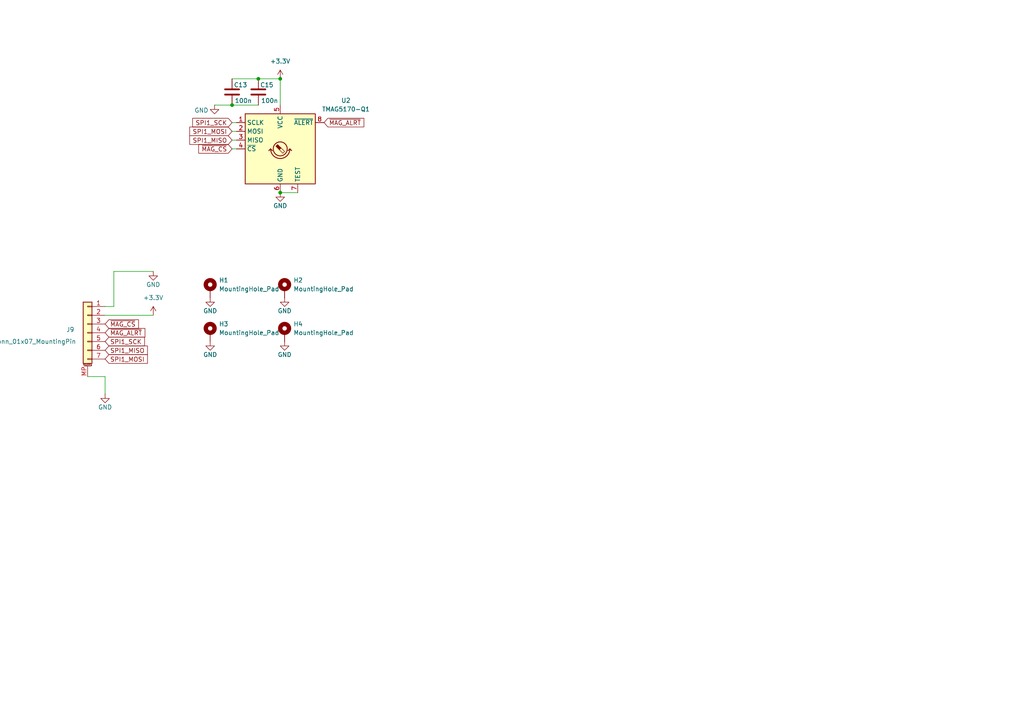
<source format=kicad_sch>
(kicad_sch (version 20250114) (generator "eeschema") (generator_version "9.0")
  (paper "A4")
  (lib_symbols
    (symbol "Connector_Generic_MountingPin:Conn_01x07_MountingPin" (pin_names (offset 1.016) (hide yes))
      (property "Reference" "J" (at 0 10.16 0))
      (property "Value" "Conn_01x07_MountingPin" (at 1.27 -10.16 0))
      (symbol "Conn_01x07_MountingPin_1_1"
        (rectangle (start -1.27 8.89) (end 1.27 -8.89) (stroke (width 0.254)) (fill (type background)))
        (rectangle (start -1.27 7.747) (end 0 7.493) (stroke (width 0.1524)))
        (rectangle (start -1.27 5.207) (end 0 4.953) (stroke (width 0.1524)))
        (rectangle (start -1.27 2.667) (end 0 2.413) (stroke (width 0.1524)))
        (rectangle (start -1.27 0.127) (end 0 -0.127) (stroke (width 0.1524)))
        (rectangle (start -1.27 -2.413) (end 0 -2.667) (stroke (width 0.1524)))
        (rectangle (start -1.27 -4.953) (end 0 -5.207) (stroke (width 0.1524)))
        (rectangle (start -1.27 -7.493) (end 0 -7.747) (stroke (width 0.1524)))
        (polyline (pts (xy -1.016 -9.652) (xy 1.016 -9.652)) (stroke (width 0.1524)))
        (text "Mounting" (at 0 -9.271 0) (effects (font (size 0.381 0.381))))
        (pin passive line (at -5.08 7.62 0) (length 3.81) (name "Pin_1") (number "1"))
        (pin passive line (at -5.08 5.08 0) (length 3.81) (name "Pin_2") (number "2"))
        (pin passive line (at -5.08 2.54 0) (length 3.81) (name "Pin_3") (number "3"))
        (pin passive line (at -5.08 0 0) (length 3.81) (name "Pin_4") (number "4"))
        (pin passive line (at -5.08 -2.54 0) (length 3.81) (name "Pin_5") (number "5"))
        (pin passive line (at -5.08 -5.08 0) (length 3.81) (name "Pin_6") (number "6"))
        (pin passive line (at -5.08 -7.62 0) (length 3.81) (name "Pin_7") (number "7"))
        (pin passive line (at 0 -12.7 90) (length 3.048) (name "MountPin") (number "MP"))
      )
    )
    (symbol "Device:C" (pin_numbers (hide yes)) (pin_names (offset 0.254))
      (property "Reference" "C" (at 0.635 2.54 0))
      (property "Value" "C" (at 0.635 -2.54 0))
      (symbol "C_0_1"
        (polyline (pts (xy -2.032 0.762) (xy 2.032 0.762)) (stroke (width 0.508)))
        (polyline (pts (xy -2.032 -0.762) (xy 2.032 -0.762)) (stroke (width 0.508)))
      )
      (symbol "C_1_1"
        (pin passive line (at 0 3.81 270) (length 2.794) (name "~") (number "1"))
        (pin passive line (at 0 -3.81 90) (length 2.794) (name "~") (number "2"))
      )
    )
    (symbol "Mechanical:MountingHole_Pad" (pin_numbers (hide yes)) (pin_names (offset 1.016) (hide yes)) (exclude_from_sim yes) (in_bom no)
      (property "Reference" "H" (at 0 6.35 0))
      (property "Value" "MountingHole_Pad" (at 0 4.445 0))
      (symbol "MountingHole_Pad_0_1"
        (circle (center 0 1.27) (radius 1.27) (stroke (width 1.27)))
      )
      (symbol "MountingHole_Pad_1_1"
        (pin input line (at 0 -2.54 90) (length 2.54) (name "1") (number "1"))
      )
    )
    (symbol "Sensor_Magnetic:TMAG5170-Q1"
      (property "Reference" "U" (at -2.54 13.335 0))
      (property "Value" "TMAG5170-Q1" (at -2.54 11.43 0))
      (symbol "TMAG5170-Q1_0_1"
        (rectangle (start -10.16 10.16) (end 10.16 -10.16) (stroke (width 0.254)) (fill (type background)))
        (polyline (pts (xy -2.794 0) (xy -3.302 -0.508)) (stroke (width 0.254)))
        (polyline (pts (xy -2.794 0) (xy -2.286 -0.508)) (stroke (width 0.254)))
        (arc (start 2.794 0) (mid 0 -2.7819) (end -2.794 0) (stroke (width 0.254)))
        (polyline (pts (xy 2.794 0) (xy 2.286 -0.508)) (stroke (width 0.254)))
        (polyline (pts (xy 2.794 0) (xy 3.302 -0.508)) (stroke (width 0.254)))
      )
      (symbol "TMAG5170-Q1_1_1"
        (polyline (pts (xy -0.762 1.27) (xy 0.254 0.254) (xy -0.254 -0.254) (xy -1.27 0.762) (xy -1.016 1.016) (xy -0.762 1.27) (xy -0.635 1.143)) (fill (type outline)))
        (circle (center 0 0) (radius 2.032) (stroke (width 0.254)))
        (polyline (pts (xy 0.254 0.254) (xy 1.27 -0.762) (xy 0.762 -1.27) (xy -0.254 -0.254)))
        (pin input line (at -12.7 7.62 0) (length 2.54) (name "SCLK") (number "1"))
        (pin input line (at -12.7 5.08 0) (length 2.54) (name "MOSI") (number "2"))
        (pin output line (at -12.7 2.54 0) (length 2.54) (name "MISO") (number "3"))
        (pin input line (at -12.7 0 0) (length 2.54) (name "~{CS}") (number "4"))
        (pin power_in line (at 0 12.7 270) (length 2.54) (name "VCC") (number "5"))
        (pin power_in line (at 0 -12.7 90) (length 2.54) (name "GND") (number "6"))
        (pin passive line (at 5.08 -12.7 90) (length 2.54) (name "TEST") (number "7"))
        (pin bidirectional line (at 12.7 7.62 180) (length 2.54) (name "~{ALERT}") (number "8"))
      )
    )
    (symbol "power:+3.3V" (power) (pin_numbers (hide yes)) (pin_names (offset 0) (hide yes))
      (property "Value" "+3.3V" (at 0 3.556 0))
      (symbol "+3.3V_0_1"
        (polyline (pts (xy -0.762 1.27) (xy 0 2.54)))
        (polyline (pts (xy 0 2.54) (xy 0.762 1.27)))
        (polyline (pts (xy 0 0) (xy 0 2.54)))
      )
      (symbol "+3.3V_1_1"
        (pin power_in line (at 0 0 90) (length 0) (name "~") (number "1"))
      )
    )
    (symbol "power:GND" (power) (pin_numbers (hide yes)) (pin_names (offset 0) (hide yes))
      (property "Value" "GND" (at 0 -3.81 0))
      (symbol "GND_0_1"
        (polyline (pts (xy 0 0) (xy 0 -1.27) (xy 1.27 -1.27) (xy 0 -2.54) (xy -1.27 -1.27) (xy 0 -1.27)))
      )
      (symbol "GND_1_1"
        (pin power_in line (at 0 0 270) (length 0) (name "~") (number "1"))
      )
    )
  )
  (junction (at 67.31 30.48))
  (junction (at 81.28 55.88))
  (junction (at 74.93 22.86))
  (junction (at 81.28 22.86))
  (wire (pts (xy 67.31 35.56) (xy 68.58 35.56)))
  (wire (pts (xy 67.31 38.1) (xy 68.58 38.1)))
  (wire (pts (xy 67.31 30.48) (xy 74.93 30.48)))
  (wire (pts (xy 67.31 22.86) (xy 74.93 22.86)))
  (wire (pts (xy 81.28 55.88) (xy 86.36 55.88)))
  (wire (pts (xy 44.45 91.44) (xy 30.48 91.44)))
  (wire (pts (xy 67.31 43.18) (xy 68.58 43.18)))
  (wire (pts (xy 33.02 88.9) (xy 30.48 88.9)))
  (wire (pts (xy 62.23 30.48) (xy 67.31 30.48)))
  (wire (pts (xy 81.28 22.86) (xy 81.28 30.48)))
  (wire (pts (xy 44.45 78.74) (xy 33.02 78.74)))
  (wire (pts (xy 30.48 114.3) (xy 30.48 109.22)))
  (wire (pts (xy 33.02 78.74) (xy 33.02 88.9)))
  (wire (pts (xy 74.93 22.86) (xy 81.28 22.86)))
  (wire (pts (xy 30.48 109.22) (xy 25.4 109.22)))
  (wire (pts (xy 67.31 40.64) (xy 68.58 40.64)))
  (global_label "SPI1_MOSI" (shape input) (at 30.48 104.14 0) (property "Intersheetrefs" "${INTERSHEET_REFS}" (effects (hide yes))))
  (global_label "SPI1_MISO" (shape input) (at 30.48 101.6 0) (property "Intersheetrefs" "${INTERSHEET_REFS}" (effects (hide yes))))
  (global_label "~{MAG_CS}" (shape input) (at 30.48 93.98 0) (property "Intersheetrefs" "${INTERSHEET_REFS}" (effects (hide yes))))
  (global_label "~{MAG_ALRT}" (shape input) (at 30.48 96.52 0) (property "Intersheetrefs" "${INTERSHEET_REFS}" (effects (hide yes))))
  (global_label "~{MAG_CS}" (shape input) (at 67.31 43.18 180) (property "Intersheetrefs" "${INTERSHEET_REFS}" (effects (hide yes))))
  (global_label "~{MAG_ALRT}" (shape input) (at 93.98 35.56 0) (property "Intersheetrefs" "${INTERSHEET_REFS}" (effects (hide yes))))
  (global_label "SPI1_SCK" (shape input) (at 30.48 99.06 0) (property "Intersheetrefs" "${INTERSHEET_REFS}" (effects (hide yes))))
  (global_label "SPI1_MOSI" (shape input) (at 67.31 38.1 180) (property "Intersheetrefs" "${INTERSHEET_REFS}" (effects (hide yes))))
  (global_label "SPI1_SCK" (shape input) (at 67.31 35.56 180) (property "Intersheetrefs" "${INTERSHEET_REFS}" (effects (hide yes))))
  (global_label "SPI1_MISO" (shape input) (at 67.31 40.64 180) (property "Intersheetrefs" "${INTERSHEET_REFS}" (effects (hide yes))))
  (symbol (lib_id "power:GND") (at 60.96 86.36 0) (mirror y) (unit 1)
    (property "Reference" "#PWR035" (effects (hide yes)))
    (property "Value" "GND" (at 60.96 90.17 0))
  )
  (symbol (lib_id "power:+3.3V") (at 81.28 22.86 0) (unit 1)
    (property "Reference" "#PWR016" (effects (hide yes)))
    (property "Value" "+3.3V" (at 81.28 17.78 0))
    (property "Description" "Power symbol creates a global label with name \"+3.3V\"" (effects (hide yes)))
  )
  (symbol (lib_id "power:GND") (at 82.55 99.06 0) (mirror y) (unit 1)
    (property "Reference" "#PWR038" (effects (hide yes)))
    (property "Value" "GND" (at 82.55 102.87 0))
  )
  (symbol (lib_id "power:GND") (at 30.48 114.3 0) (mirror y) (unit 1)
    (property "Reference" "#PWR039" (effects (hide yes)))
    (property "Value" "GND" (at 30.48 118.11 0))
  )
  (symbol (lib_id "Sensor_Magnetic:TMAG5170-Q1") (at 81.28 43.18 0) (unit 1)
    (property "Reference" "U2" (at 100.33 29.1398 0))
    (property "Value" "TMAG5170-Q1" (at 100.33 31.6798 0))
    (property "Footprint" "Package_SO:VSSOP-8_3x3mm_P0.65mm" (effects (hide yes)))
    (property "Datasheet" "https://www.ti.com/lit/ds/symlink/tmag5170-q1.pdf" (effects (hide yes)))
    (property "Description" "Magnetic 3-axis linear sensor, 12-bit, Automotive, SPI Interface, VSSOP-8" (effects (hide yes)))
  )
  (symbol (lib_id "Device:C") (at 67.31 26.67 0) (unit 1)
    (property "Reference" "C13" (at 67.818 24.638 0) (effects (justify left)))
    (property "Value" "100n" (at 68.072 29.21 0) (effects (justify left)))
    (property "Footprint" "Capacitor_SMD:C_0603_1608Metric" (effects (hide yes)))
    (property "Description" "Unpolarized capacitor" (effects (hide yes)))
  )
  (symbol (lib_id "power:+3.3V") (at 44.45 91.44 0) (mirror y) (unit 1)
    (property "Reference" "#PWR033" (effects (hide yes)))
    (property "Value" "+3.3V" (at 44.45 86.36 0))
    (property "Description" "Power symbol creates a global label with name \"+3.3V\"" (effects (hide yes)))
  )
  (symbol (lib_id "power:GND") (at 81.28 55.88 0) (mirror y) (unit 1)
    (property "Reference" "#PWR017" (effects (hide yes)))
    (property "Value" "GND" (at 81.28 59.69 0))
  )
  (symbol (lib_id "Mechanical:MountingHole_Pad") (at 60.96 96.52 0) (unit 1) (exclude_from_sim yes) (in_bom no)
    (property "Reference" "H3" (at 63.5 93.9799 0) (effects (justify left)))
    (property "Value" "MountingHole_Pad" (at 63.5 96.5199 0) (effects (justify left)))
    (property "Footprint" "MountingHole:MountingHole_2.2mm_M2_Pad_Via" (effects (hide yes)))
    (property "Description" "Mounting Hole with connection" (effects (hide yes)))
  )
  (symbol (lib_id "power:GND") (at 62.23 30.48 0) (mirror y) (unit 1)
    (property "Reference" "#PWR012" (effects (hide yes)))
    (property "Value" "GND" (at 58.42 32.004 0))
  )
  (symbol (lib_id "power:GND") (at 60.96 99.06 0) (mirror y) (unit 1)
    (property "Reference" "#PWR037" (effects (hide yes)))
    (property "Value" "GND" (at 60.96 102.87 0))
  )
  (symbol (lib_id "power:GND") (at 44.45 78.74 0) (mirror y) (unit 1)
    (property "Reference" "#PWR040" (effects (hide yes)))
    (property "Value" "GND" (at 44.45 82.55 0))
  )
  (symbol (lib_id "Device:C") (at 74.93 26.67 0) (unit 1)
    (property "Reference" "C15" (at 75.438 24.638 0) (effects (justify left)))
    (property "Value" "100n" (at 75.692 29.21 0) (effects (justify left)))
    (property "Footprint" "Capacitor_SMD:C_0603_1608Metric" (effects (hide yes)))
    (property "Description" "Unpolarized capacitor" (effects (hide yes)))
  )
  (symbol (lib_id "power:GND") (at 82.55 86.36 0) (mirror y) (unit 1)
    (property "Reference" "#PWR036" (effects (hide yes)))
    (property "Value" "GND" (at 82.55 90.17 0))
  )
  (symbol (lib_id "Mechanical:MountingHole_Pad") (at 82.55 83.82 0) (unit 1) (exclude_from_sim yes) (in_bom no)
    (property "Reference" "H2" (at 85.09 81.2799 0) (effects (justify left)))
    (property "Value" "MountingHole_Pad" (at 85.09 83.8199 0) (effects (justify left)))
    (property "Footprint" "MountingHole:MountingHole_2.2mm_M2_Pad_Via" (effects (hide yes)))
    (property "Description" "Mounting Hole with connection" (effects (hide yes)))
  )
  (symbol (lib_id "Mechanical:MountingHole_Pad") (at 82.55 96.52 0) (unit 1) (exclude_from_sim yes) (in_bom no)
    (property "Reference" "H4" (at 85.09 93.9799 0) (effects (justify left)))
    (property "Value" "MountingHole_Pad" (at 85.09 96.5199 0) (effects (justify left)))
    (property "Footprint" "MountingHole:MountingHole_2.2mm_M2_Pad_Via" (effects (hide yes)))
    (property "Description" "Mounting Hole with connection" (effects (hide yes)))
  )
  (symbol (lib_id "Connector_Generic_MountingPin:Conn_01x07_MountingPin") (at 25.4 96.52 0) (mirror y) (unit 1)
    (property "Reference" "J9" (at 21.59 95.6055 0) (effects (justify left)))
    (property "Value" "Conn_01x07_MountingPin" (at 22.098 99.06 0) (effects (justify left)))
    (property "Footprint" "Connector_JST:JST_GH_SM07B-GHS-TB_1x07-1MP_P1.25mm_Horizontal" (effects (hide yes)))
    (property "Description" "Generic connectable mounting pin connector, single row, 01x07, script generated (kicad-library-utils/schlib/autogen/connector/)" (effects (hide yes)))
  )
  (symbol (lib_id "Mechanical:MountingHole_Pad") (at 60.96 83.82 0) (unit 1) (exclude_from_sim yes) (in_bom no)
    (property "Reference" "H1" (at 63.5 81.2799 0) (effects (justify left)))
    (property "Value" "MountingHole_Pad" (at 63.5 83.8199 0) (effects (justify left)))
    (property "Footprint" "MountingHole:MountingHole_2.2mm_M2_Pad_Via" (effects (hide yes)))
    (property "Description" "Mounting Hole with connection" (effects (hide yes)))
  )
)
</source>
